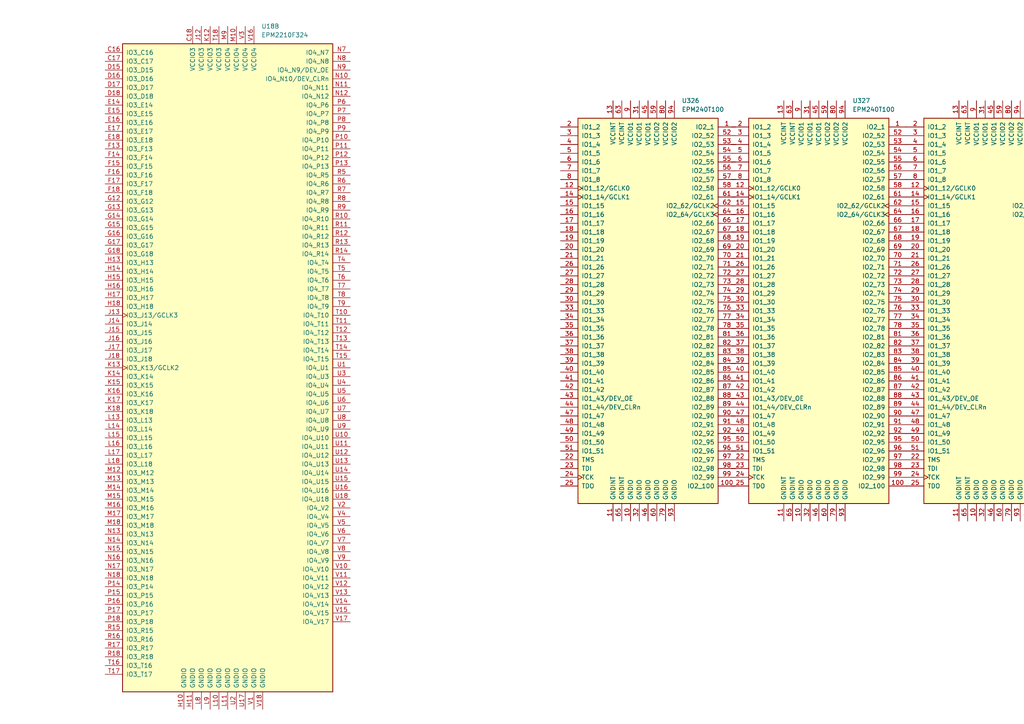
<source format=kicad_sch>
(kicad_sch (version 20250114) (generator "eeschema") (generator_version "9.0")
  (paper "A4")
  (lib_symbols
    (symbol "CPLD_Altera:EPM2210F324" (pin_names (offset 1.016))
      (property "Reference" "U" (at 20.32 95.25 0))
      (property "Value" "EPM2210F324" (at 17.78 -95.25 0))
      (symbol "EPM2210F324_1_1"
        (rectangle (start -30.48 93.98) (end 30.48 -93.98) (stroke (width 0.254)) (fill (type background)))
        (pin bidirectional line (at -35.56 91.44 0) (length 5.08) (name "IO1_C2") (number "C2"))
        (pin bidirectional line (at -35.56 88.9 0) (length 5.08) (name "IO1_C3") (number "C3"))
        (pin bidirectional line (at -35.56 86.36 0) (length 5.08) (name "IO1_D1") (number "D1"))
        (pin bidirectional line (at -35.56 83.82 0) (length 5.08) (name "IO1_D2") (number "D2"))
        (pin bidirectional line (at -35.56 81.28 0) (length 5.08) (name "IO1_D3") (number "D3"))
        (pin bidirectional line (at -35.56 78.74 0) (length 5.08) (name "IO1_D4") (number "D4"))
        (pin bidirectional line (at -35.56 76.2 0) (length 5.08) (name "IO1_E1") (number "E1"))
        (pin bidirectional line (at -35.56 73.66 0) (length 5.08) (name "IO1_E2") (number "E2"))
        (pin bidirectional line (at -35.56 71.12 0) (length 5.08) (name "IO1_E3") (number "E3"))
        (pin bidirectional line (at -35.56 68.58 0) (length 5.08) (name "IO1_E4") (number "E4"))
        (pin bidirectional line (at -35.56 66.04 0) (length 5.08) (name "IO1_E5") (number "E5"))
        (pin bidirectional line (at -35.56 63.5 0) (length 5.08) (name "IO1_F1") (number "F1"))
        (pin bidirectional line (at -35.56 60.96 0) (length 5.08) (name "IO1_F2") (number "F2"))
        (pin bidirectional line (at -35.56 58.42 0) (length 5.08) (name "IO1_F3") (number "F3"))
        (pin bidirectional line (at -35.56 55.88 0) (length 5.08) (name "IO1_F4") (number "F4"))
        (pin bidirectional line (at -35.56 53.34 0) (length 5.08) (name "IO1_F5") (number "F5"))
        (pin bidirectional line (at -35.56 50.8 0) (length 5.08) (name "IO1_F6") (number "F6"))
        (pin bidirectional line (at -35.56 48.26 0) (length 5.08) (name "IO1_G1") (number "G1"))
        (pin bidirectional line (at -35.56 45.72 0) (length 5.08) (name "IO1_G2") (number "G2"))
        (pin bidirectional line (at -35.56 43.18 0) (length 5.08) (name "IO1_G3") (number "G3"))
        (pin bidirectional line (at -35.56 40.64 0) (length 5.08) (name "IO1_G4") (number "G4"))
        (pin bidirectional line (at -35.56 38.1 0) (length 5.08) (name "IO1_G5") (number "G5"))
        (pin bidirectional line (at -35.56 35.56 0) (length 5.08) (name "IO1_G6") (number "G6"))
        (pin bidirectional line (at -35.56 33.02 0) (length 5.08) (name "IO1_G7") (number "G7"))
        (pin bidirectional line (at -35.56 30.48 0) (length 5.08) (name "IO1_H1") (number "H1"))
        (pin bidirectional line (at -35.56 27.94 0) (length 5.08) (name "IO1_H2") (number "H2"))
        (pin bidirectional line (at -35.56 25.4 0) (length 5.08) (name "IO1_H3") (number "H3"))
        (pin bidirectional line (at -35.56 22.86 0) (length 5.08) (name "IO1_H4") (number "H4"))
        (pin bidirectional line (at -35.56 20.32 0) (length 5.08) (name "IO1_H5") (number "H5"))
        (pin bidirectional line (at -35.56 17.78 0) (length 5.08) (name "IO1_H6") (number "H6"))
        (pin bidirectional line (at -35.56 15.24 0) (length 5.08) (name "IO1_J1") (number "J1"))
        (pin bidirectional line (at -35.56 12.7 0) (length 5.08) (name "IO1_J2") (number "J2"))
        (pin bidirectional line (at -35.56 10.16 0) (length 5.08) (name "IO1_J3") (number "J3"))
        (pin bidirectional line (at -35.56 7.62 0) (length 5.08) (name "IO1_J4") (number "J4"))
        (pin bidirectional line (at -35.56 5.08 0) (length 5.08) (name "IO1_J5") (number "J5"))
        (pin bidirectional clock (at -35.56 2.54 0) (length 5.08) (name "IO1_J6/GCLK0") (number "J6"))
        (pin bidirectional line (at -35.56 0 0) (length 5.08) (name "IO1_K1") (number "K1"))
        (pin bidirectional line (at -35.56 -2.54 0) (length 5.08) (name "IO1_K2") (number "K2"))
        (pin bidirectional line (at -35.56 -5.08 0) (length 5.08) (name "IO1_K3") (number "K3"))
        (pin bidirectional line (at -35.56 -7.62 0) (length 5.08) (name "IO1_K4") (number "K4"))
        (pin bidirectional line (at -35.56 -10.16 0) (length 5.08) (name "IO1_K5") (number "K5"))
        (pin bidirectional clock (at -35.56 -12.7 0) (length 5.08) (name "IO1_K6/GCLK1") (number "K6"))
        (pin bidirectional line (at -35.56 -15.24 0) (length 5.08) (name "IO1_L1") (number "L1"))
        (pin bidirectional line (at -35.56 -17.78 0) (length 5.08) (name "IO1_L2") (number "L2"))
        (pin bidirectional line (at -35.56 -20.32 0) (length 5.08) (name "IO1_L3") (number "L3"))
        (pin bidirectional line (at -35.56 -22.86 0) (length 5.08) (name "IO1_L4") (number "L4"))
        (pin bidirectional line (at -35.56 -25.4 0) (length 5.08) (name "IO1_L5") (number "L5"))
        (pin bidirectional line (at -35.56 -27.94 0) (length 5.08) (name "IO1_L6") (number "L6"))
        (pin bidirectional line (at -35.56 -30.48 0) (length 5.08) (name "IO1_M1") (number "M1"))
        (pin bidirectional line (at -35.56 -33.02 0) (length 5.08) (name "IO1_M2") (number "M2"))
        (pin bidirectional line (at -35.56 -35.56 0) (length 5.08) (name "IO1_M3") (number "M3"))
        (pin bidirectional line (at -35.56 -38.1 0) (length 5.08) (name "IO1_M4") (number "M4"))
        (pin bidirectional line (at -35.56 -40.64 0) (length 5.08) (name "IO1_M5") (number "M5"))
        (pin bidirectional line (at -35.56 -43.18 0) (length 5.08) (name "IO1_M6") (number "M6"))
        (pin bidirectional line (at -35.56 -45.72 0) (length 5.08) (name "IO1_N1") (number "N1"))
        (pin bidirectional line (at -35.56 -48.26 0) (length 5.08) (name "IO1_N2") (number "N2"))
        (pin bidirectional line (at -35.56 -50.8 0) (length 5.08) (name "IO1_N3") (number "N3"))
        (pin bidirectional line (at -35.56 -53.34 0) (length 5.08) (name "IO1_N4") (number "N4"))
        (pin bidirectional line (at -35.56 -55.88 0) (length 5.08) (name "IO1_N5") (number "N5"))
        (pin bidirectional line (at -35.56 -58.42 0) (length 5.08) (name "IO1_P1") (number "P1"))
        (pin bidirectional line (at -35.56 -60.96 0) (length 5.08) (name "IO1_P2") (number "P2"))
        (pin bidirectional line (at -35.56 -63.5 0) (length 5.08) (name "IO1_P3") (number "P3"))
        (pin bidirectional line (at -35.56 -66.04 0) (length 5.08) (name "IO1_P4") (number "P4"))
        (pin bidirectional line (at -35.56 -68.58 0) (length 5.08) (name "IO1_R1") (number "R1"))
        (pin bidirectional line (at -35.56 -71.12 0) (length 5.08) (name "IO1_R2") (number "R2"))
        (pin bidirectional line (at -35.56 -73.66 0) (length 5.08) (name "IO1_R3") (number "R3"))
        (pin bidirectional line (at -35.56 -76.2 0) (length 5.08) (name "IO1_T2") (number "T2"))
        (pin bidirectional line (at -35.56 -78.74 0) (length 5.08) (name "IO1_T3") (number "T3"))
        (pin input line (at -35.56 -81.28 0) (length 5.08) (name "TMS") (number "P5"))
        (pin input line (at -35.56 -83.82 0) (length 5.08) (name "TDI") (number "M7"))
        (pin input clock (at -35.56 -86.36 0) (length 5.08) (name "TCK") (number "R4"))
        (pin output line (at -35.56 -88.9 0) (length 5.08) (name "TDO") (number "N6"))
        (pin power_in line (at -20.32 99.06 270) (length 5.08) (name "VCCINT") (number "G11"))
        (pin power_in line (at -17.78 99.06 270) (length 5.08) (name "VCCINT") (number "H12"))
        (pin power_in line (at -17.78 -99.06 90) (length 5.08) (name "GNDINT") (number "G8"))
        (pin power_in line (at -15.24 99.06 270) (length 5.08) (name "VCCINT") (number "J9"))
        (pin power_in line (at -15.24 -99.06 90) (length 5.08) (name "GNDINT") (number "H7"))
        (pin power_in line (at -12.7 99.06 270) (length 5.08) (name "VCCINT") (number "J11"))
        (pin power_in line (at -12.7 -99.06 90) (length 5.08) (name "GNDINT") (number "J8"))
        (pin power_in line (at -10.16 99.06 270) (length 5.08) (name "VCCINT") (number "K8"))
        (pin power_in line (at -10.16 -99.06 90) (length 5.08) (name "GNDINT") (number "J10"))
        (pin power_in line (at -7.62 99.06 270) (length 5.08) (name "VCCINT") (number "K10"))
        (pin power_in line (at -7.62 -99.06 90) (length 5.08) (name "GNDINT") (number "K9"))
        (pin power_in line (at -5.08 99.06 270) (length 5.08) (name "VCCINT") (number "L7"))
        (pin power_in line (at -5.08 -99.06 90) (length 5.08) (name "GNDINT") (number "K11"))
        (pin power_in line (at -2.54 99.06 270) (length 5.08) (name "VCCINT") (number "M8"))
        (pin power_in line (at -2.54 -99.06 90) (length 5.08) (name "GNDINT") (number "L12"))
        (pin power_in line (at 0 99.06 270) (length 5.08) (name "VCCIO1") (number "C1"))
        (pin power_in line (at 0 -99.06 90) (length 5.08) (name "GNDINT") (number "M11"))
        (pin power_in line (at 2.54 99.06 270) (length 5.08) (name "VCCIO1") (number "J7"))
        (pin power_in line (at 2.54 -99.06 90) (length 5.08) (name "GNDIO") (number "A1"))
        (pin power_in line (at 5.08 99.06 270) (length 5.08) (name "VCCIO1") (number "K7"))
        (pin power_in line (at 5.08 -99.06 90) (length 5.08) (name "GNDIO") (number "A18"))
        (pin power_in line (at 7.62 99.06 270) (length 5.08) (name "VCCIO1") (number "T1"))
        (pin power_in line (at 7.62 -99.06 90) (length 5.08) (name "GNDIO") (number "B2"))
        (pin power_in line (at 10.16 99.06 270) (length 5.08) (name "VCCIO2") (number "A3"))
        (pin power_in line (at 10.16 -99.06 90) (length 5.08) (name "GNDIO") (number "B17"))
        (pin power_in line (at 12.7 99.06 270) (length 5.08) (name "VCCIO2") (number "A16"))
        (pin power_in line (at 12.7 -99.06 90) (length 5.08) (name "GNDIO") (number "H8"))
        (pin power_in line (at 15.24 99.06 270) (length 5.08) (name "VCCIO2") (number "G9"))
        (pin power_in line (at 15.24 -99.06 90) (length 5.08) (name "GNDIO") (number "H9"))
        (pin power_in line (at 17.78 99.06 270) (length 5.08) (name "VCCIO2") (number "G10"))
        (pin bidirectional line (at 35.56 91.44 180) (length 5.08) (name "IO2_A2") (number "A2"))
        (pin bidirectional line (at 35.56 88.9 180) (length 5.08) (name "IO2_A4") (number "A4"))
        (pin bidirectional line (at 35.56 86.36 180) (length 5.08) (name "IO2_A5") (number "A5"))
        (pin bidirectional line (at 35.56 83.82 180) (length 5.08) (name "IO2_A6") (number "A6"))
        (pin bidirectional line (at 35.56 81.28 180) (length 5.08) (name "IO2_A7") (number "A7"))
        (pin bidirectional line (at 35.56 78.74 180) (length 5.08) (name "IO2_A8") (number "A8"))
        (pin bidirectional line (at 35.56 76.2 180) (length 5.08) (name "IO2_A9") (number "A9"))
        (pin bidirectional line (at 35.56 73.66 180) (length 5.08) (name "IO2_A10") (number "A10"))
        (pin bidirectional line (at 35.56 71.12 180) (length 5.08) (name "IO2_A11") (number "A11"))
        (pin bidirectional line (at 35.56 68.58 180) (length 5.08) (name "IO2_A12") (number "A12"))
        (pin bidirectional line (at 35.56 66.04 180) (length 5.08) (name "IO2_A13") (number "A13"))
        (pin bidirectional line (at 35.56 63.5 180) (length 5.08) (name "IO2_A14") (number "A14"))
        (pin bidirectional line (at 35.56 60.96 180) (length 5.08) (name "IO2_A15") (number "A15"))
        (pin bidirectional line (at 35.56 58.42 180) (length 5.08) (name "IO2_A17") (number "A17"))
        (pin bidirectional line (at 35.56 55.88 180) (length 5.08) (name "IO2_B1") (number "B1"))
        (pin bidirectional line (at 35.56 53.34 180) (length 5.08) (name "IO2_B3") (number "B3"))
        (pin bidirectional line (at 35.56 50.8 180) (length 5.08) (name "IO2_B4") (number "B4"))
        (pin bidirectional line (at 35.56 48.26 180) (length 5.08) (name "IO2_B5") (number "B5"))
        (pin bidirectional line (at 35.56 45.72 180) (length 5.08) (name "IO2_B6") (number "B6"))
        (pin bidirectional line (at 35.56 43.18 180) (length 5.08) (name "IO2_B7") (number "B7"))
        (pin bidirectional line (at 35.56 40.64 180) (length 5.08) (name "IO2_B8") (number "B8"))
        (pin bidirectional line (at 35.56 38.1 180) (length 5.08) (name "IO2_B9") (number "B9"))
        (pin bidirectional line (at 35.56 35.56 180) (length 5.08) (name "IO2_B10") (number "B10"))
        (pin bidirectional line (at 35.56 33.02 180) (length 5.08) (name "IO2_B11") (number "B11"))
        (pin bidirectional line (at 35.56 30.48 180) (length 5.08) (name "IO2_B12") (number "B12"))
        (pin bidirectional line (at 35.56 27.94 180) (length 5.08) (name "IO2_B13") (number "B13"))
        (pin bidirectional line (at 35.56 25.4 180) (length 5.08) (name "IO2_B14") (number "B14"))
        (pin bidirectional line (at 35.56 22.86 180) (length 5.08) (name "IO2_B15") (number "B15"))
        (pin bidirectional line (at 35.56 20.32 180) (length 5.08) (name "IO2_B16") (number "B16"))
        (pin bidirectional line (at 35.56 17.78 180) (length 5.08) (name "IO2_B18") (number "B18"))
        (pin bidirectional line (at 35.56 15.24 180) (length 5.08) (name "IO2_C4") (number "C4"))
        (pin bidirectional line (at 35.56 12.7 180) (length 5.08) (name "IO2_C5") (number "C5"))
        (pin bidirectional line (at 35.56 10.16 180) (length 5.08) (name "IO2_C6") (number "C6"))
        (pin bidirectional line (at 35.56 7.62 180) (length 5.08) (name "IO2_C7") (number "C7"))
        (pin bidirectional line (at 35.56 5.08 180) (length 5.08) (name "IO2_C8") (number "C8"))
        (pin bidirectional line (at 35.56 2.54 180) (length 5.08) (name "IO2_C9") (number "C9"))
        (pin bidirectional line (at 35.56 0 180) (length 5.08) (name "IO2_C10") (number "C10"))
        (pin bidirectional line (at 35.56 -2.54 180) (length 5.08) (name "IO2_C11") (number "C11"))
        (pin bidirectional line (at 35.56 -5.08 180) (length 5.08) (name "IO2_C12") (number "C12"))
        (pin bidirectional line (at 35.56 -7.62 180) (length 5.08) (name "IO2_C13") (number "C13"))
        (pin bidirectional line (at 35.56 -10.16 180) (length 5.08) (name "IO2_C14") (number "C14"))
        (pin bidirectional line (at 35.56 -12.7 180) (length 5.08) (name "IO2_C15") (number "C15"))
        (pin bidirectional line (at 35.56 -15.24 180) (length 5.08) (name "IO2_D5") (number "D5"))
        (pin bidirectional line (at 35.56 -17.78 180) (length 5.08) (name "IO2_D6") (number "D6"))
        (pin bidirectional line (at 35.56 -20.32 180) (length 5.08) (name "IO2_D7") (number "D7"))
        (pin bidirectional line (at 35.56 -22.86 180) (length 5.08) (name "IO2_D8") (number "D8"))
        (pin bidirectional line (at 35.56 -25.4 180) (length 5.08) (name "IO2_D9") (number "D9"))
        (pin bidirectional line (at 35.56 -27.94 180) (length 5.08) (name "IO2_D10") (number "D10"))
        (pin bidirectional line (at 35.56 -30.48 180) (length 5.08) (name "IO2_D11") (number "D11"))
        (pin bidirectional line (at 35.56 -33.02 180) (length 5.08) (name "IO2_D12") (number "D12"))
        (pin bidirectional line (at 35.56 -35.56 180) (length 5.08) (name "IO2_D13") (number "D13"))
        (pin bidirectional line (at 35.56 -38.1 180) (length 5.08) (name "IO2_D14") (number "D14"))
        (pin bidirectional line (at 35.56 -40.64 180) (length 5.08) (name "IO2_E6") (number "E6"))
        (pin bidirectional line (at 35.56 -43.18 180) (length 5.08) (name "IO2_E7") (number "E7"))
        (pin bidirectional line (at 35.56 -45.72 180) (length 5.08) (name "IO2_E8") (number "E8"))
        (pin bidirectional line (at 35.56 -48.26 180) (length 5.08) (name "IO2_E9") (number "E9"))
        (pin bidirectional line (at 35.56 -50.8 180) (length 5.08) (name "IO2_E10") (number "E10"))
        (pin bidirectional line (at 35.56 -53.34 180) (length 5.08) (name "IO2_E11") (number "E11"))
        (pin bidirectional line (at 35.56 -55.88 180) (length 5.08) (name "IO2_E12") (number "E12"))
        (pin bidirectional line (at 35.56 -58.42 180) (length 5.08) (name "IO2_E13") (number "E13"))
        (pin bidirectional line (at 35.56 -60.96 180) (length 5.08) (name "IO2_F7") (number "F7"))
        (pin bidirectional line (at 35.56 -63.5 180) (length 5.08) (name "IO2_F8") (number "F8"))
        (pin bidirectional line (at 35.56 -66.04 180) (length 5.08) (name "IO2_F9") (number "F9"))
        (pin bidirectional line (at 35.56 -68.58 180) (length 5.08) (name "IO2_F10") (number "F10"))
        (pin bidirectional line (at 35.56 -71.12 180) (length 5.08) (name "IO2_F11") (number "F11"))
        (pin bidirectional line (at 35.56 -73.66 180) (length 5.08) (name "IO2_F12") (number "F12"))
      )
      (symbol "EPM2210F324_2_1"
        (rectangle (start -30.48 93.98) (end 30.48 -93.98) (stroke (width 0.254)) (fill (type background)))
        (pin bidirectional line (at -35.56 91.44 0) (length 5.08) (name "IO3_C16") (number "C16"))
        (pin bidirectional line (at -35.56 88.9 0) (length 5.08) (name "IO3_C17") (number "C17"))
        (pin bidirectional line (at -35.56 86.36 0) (length 5.08) (name "IO3_D15") (number "D15"))
        (pin bidirectional line (at -35.56 83.82 0) (length 5.08) (name "IO3_D16") (number "D16"))
        (pin bidirectional line (at -35.56 81.28 0) (length 5.08) (name "IO3_D17") (number "D17"))
        (pin bidirectional line (at -35.56 78.74 0) (length 5.08) (name "IO3_D18") (number "D18"))
        (pin bidirectional line (at -35.56 76.2 0) (length 5.08) (name "IO3_E14") (number "E14"))
        (pin bidirectional line (at -35.56 73.66 0) (length 5.08) (name "IO3_E15") (number "E15"))
        (pin bidirectional line (at -35.56 71.12 0) (length 5.08) (name "IO3_E16") (number "E16"))
        (pin bidirectional line (at -35.56 68.58 0) (length 5.08) (name "IO3_E17") (number "E17"))
        (pin bidirectional line (at -35.56 66.04 0) (length 5.08) (name "IO3_E18") (number "E18"))
        (pin bidirectional line (at -35.56 63.5 0) (length 5.08) (name "IO3_F13") (number "F13"))
        (pin bidirectional line (at -35.56 60.96 0) (length 5.08) (name "IO3_F14") (number "F14"))
        (pin bidirectional line (at -35.56 58.42 0) (length 5.08) (name "IO3_F15") (number "F15"))
        (pin bidirectional line (at -35.56 55.88 0) (length 5.08) (name "IO3_F16") (number "F16"))
        (pin bidirectional line (at -35.56 53.34 0) (length 5.08) (name "IO3_F17") (number "F17"))
        (pin bidirectional line (at -35.56 50.8 0) (length 5.08) (name "IO3_F18") (number "F18"))
        (pin bidirectional line (at -35.56 48.26 0) (length 5.08) (name "IO3_G12") (number "G12"))
        (pin bidirectional line (at -35.56 45.72 0) (length 5.08) (name "IO3_G13") (number "G13"))
        (pin bidirectional line (at -35.56 43.18 0) (length 5.08) (name "IO3_G14") (number "G14"))
        (pin bidirectional line (at -35.56 40.64 0) (length 5.08) (name "IO3_G15") (number "G15"))
        (pin bidirectional line (at -35.56 38.1 0) (length 5.08) (name "IO3_G16") (number "G16"))
        (pin bidirectional line (at -35.56 35.56 0) (length 5.08) (name "IO3_G17") (number "G17"))
        (pin bidirectional line (at -35.56 33.02 0) (length 5.08) (name "IO3_G18") (number "G18"))
        (pin bidirectional line (at -35.56 30.48 0) (length 5.08) (name "IO3_H13") (number "H13"))
        (pin bidirectional line (at -35.56 27.94 0) (length 5.08) (name "IO3_H14") (number "H14"))
        (pin bidirectional line (at -35.56 25.4 0) (length 5.08) (name "IO3_H15") (number "H15"))
        (pin bidirectional line (at -35.56 22.86 0) (length 5.08) (name "IO3_H16") (number "H16"))
        (pin bidirectional line (at -35.56 20.32 0) (length 5.08) (name "IO3_H17") (number "H17"))
        (pin bidirectional line (at -35.56 17.78 0) (length 5.08) (name "IO3_H18") (number "H18"))
        (pin bidirectional clock (at -35.56 15.24 0) (length 5.08) (name "IO3_J13/GCLK3") (number "J13"))
        (pin bidirectional line (at -35.56 12.7 0) (length 5.08) (name "IO3_J14") (number "J14"))
        (pin bidirectional line (at -35.56 10.16 0) (length 5.08) (name "IO3_J15") (number "J15"))
        (pin bidirectional line (at -35.56 7.62 0) (length 5.08) (name "IO3_J16") (number "J16"))
        (pin bidirectional line (at -35.56 5.08 0) (length 5.08) (name "IO3_J17") (number "J17"))
        (pin bidirectional line (at -35.56 2.54 0) (length 5.08) (name "IO3_J18") (number "J18"))
        (pin bidirectional clock (at -35.56 0 0) (length 5.08) (name "IO3_K13/GCLK2") (number "K13"))
        (pin bidirectional line (at -35.56 -2.54 0) (length 5.08) (name "IO3_K14") (number "K14"))
        (pin bidirectional line (at -35.56 -5.08 0) (length 5.08) (name "IO3_K15") (number "K15"))
        (pin bidirectional line (at -35.56 -7.62 0) (length 5.08) (name "IO3_K16") (number "K16"))
        (pin bidirectional line (at -35.56 -10.16 0) (length 5.08) (name "IO3_K17") (number "K17"))
        (pin bidirectional line (at -35.56 -12.7 0) (length 5.08) (name "IO3_K18") (number "K18"))
        (pin bidirectional line (at -35.56 -15.24 0) (length 5.08) (name "IO3_L13") (number "L13"))
        (pin bidirectional line (at -35.56 -17.78 0) (length 5.08) (name "IO3_L14") (number "L14"))
        (pin bidirectional line (at -35.56 -20.32 0) (length 5.08) (name "IO3_L15") (number "L15"))
        (pin bidirectional line (at -35.56 -22.86 0) (length 5.08) (name "IO3_L16") (number "L16"))
        (pin bidirectional line (at -35.56 -25.4 0) (length 5.08) (name "IO3_L17") (number "L17"))
        (pin bidirectional line (at -35.56 -27.94 0) (length 5.08) (name "IO3_L18") (number "L18"))
        (pin bidirectional line (at -35.56 -30.48 0) (length 5.08) (name "IO3_M12") (number "M12"))
        (pin bidirectional line (at -35.56 -33.02 0) (length 5.08) (name "IO3_M13") (number "M13"))
        (pin bidirectional line (at -35.56 -35.56 0) (length 5.08) (name "IO3_M14") (number "M14"))
        (pin bidirectional line (at -35.56 -38.1 0) (length 5.08) (name "IO3_M15") (number "M15"))
        (pin bidirectional line (at -35.56 -40.64 0) (length 5.08) (name "IO3_M16") (number "M16"))
        (pin bidirectional line (at -35.56 -43.18 0) (length 5.08) (name "IO3_M17") (number "M17"))
        (pin bidirectional line (at -35.56 -45.72 0) (length 5.08) (name "IO3_M18") (number "M18"))
        (pin bidirectional line (at -35.56 -48.26 0) (length 5.08) (name "IO3_N13") (number "N13"))
        (pin bidirectional line (at -35.56 -50.8 0) (length 5.08) (name "IO3_N14") (number "N14"))
        (pin bidirectional line (at -35.56 -53.34 0) (length 5.08) (name "IO3_N15") (number "N15"))
        (pin bidirectional line (at -35.56 -55.88 0) (length 5.08) (name "IO3_N16") (number "N16"))
        (pin bidirectional line (at -35.56 -58.42 0) (length 5.08) (name "IO3_N17") (number "N17"))
        (pin bidirectional line (at -35.56 -60.96 0) (length 5.08) (name "IO3_N18") (number "N18"))
        (pin bidirectional line (at -35.56 -63.5 0) (length 5.08) (name "IO3_P14") (number "P14"))
        (pin bidirectional line (at -35.56 -66.04 0) (length 5.08) (name "IO3_P15") (number "P15"))
        (pin bidirectional line (at -35.56 -68.58 0) (length 5.08) (name "IO3_P16") (number "P16"))
        (pin bidirectional line (at -35.56 -71.12 0) (length 5.08) (name "IO3_P17") (number "P17"))
        (pin bidirectional line (at -35.56 -73.66 0) (length 5.08) (name "IO3_P18") (number "P18"))
        (pin bidirectional line (at -35.56 -76.2 0) (length 5.08) (name "IO3_R15") (number "R15"))
        (pin bidirectional line (at -35.56 -78.74 0) (length 5.08) (name "IO3_R16") (number "R16"))
        (pin bidirectional line (at -35.56 -81.28 0) (length 5.08) (name "IO3_R17") (number "R17"))
        (pin bidirectional line (at -35.56 -83.82 0) (length 5.08) (name "IO3_R18") (number "R18"))
        (pin bidirectional line (at -35.56 -86.36 0) (length 5.08) (name "IO3_T16") (number "T16"))
        (pin bidirectional line (at -35.56 -88.9 0) (length 5.08) (name "IO3_T17") (number "T17"))
        (pin power_in line (at -12.7 -99.06 90) (length 5.08) (name "GNDIO") (number "H10"))
        (pin power_in line (at -10.16 99.06 270) (length 5.08) (name "VCCIO3") (number "C18"))
        (pin power_in line (at -10.16 -99.06 90) (length 5.08) (name "GNDIO") (number "H11"))
        (pin power_in line (at -7.62 99.06 270) (length 5.08) (name "VCCIO3") (number "J12"))
        (pin power_in line (at -7.62 -99.06 90) (length 5.08) (name "GNDIO") (number "L8"))
        (pin power_in line (at -5.08 99.06 270) (length 5.08) (name "VCCIO3") (number "K12"))
        (pin power_in line (at -5.08 -99.06 90) (length 5.08) (name "GNDIO") (number "L9"))
        (pin power_in line (at -2.54 99.06 270) (length 5.08) (name "VCCIO3") (number "T18"))
        (pin power_in line (at -2.54 -99.06 90) (length 5.08) (name "GNDIO") (number "L10"))
        (pin power_in line (at 0 99.06 270) (length 5.08) (name "VCCIO4") (number "M9"))
        (pin power_in line (at 0 -99.06 90) (length 5.08) (name "GNDIO") (number "L11"))
        (pin power_in line (at 2.54 99.06 270) (length 5.08) (name "VCCIO4") (number "M10"))
        (pin power_in line (at 2.54 -99.06 90) (length 5.08) (name "GNDIO") (number "U2"))
        (pin power_in line (at 5.08 99.06 270) (length 5.08) (name "VCCIO4") (number "V3"))
        (pin power_in line (at 5.08 -99.06 90) (length 5.08) (name "GNDIO") (number "U17"))
        (pin power_in line (at 7.62 99.06 270) (length 5.08) (name "VCCIO4") (number "V16"))
        (pin power_in line (at 7.62 -99.06 90) (length 5.08) (name "GNDIO") (number "V1"))
        (pin power_in line (at 10.16 -99.06 90) (length 5.08) (name "GNDIO") (number "V18"))
        (pin bidirectional line (at 35.56 91.44 180) (length 5.08) (name "IO4_N7") (number "N7"))
        (pin bidirectional line (at 35.56 88.9 180) (length 5.08) (name "IO4_N8") (number "N8"))
        (pin bidirectional line (at 35.56 86.36 180) (length 5.08) (name "IO4_N9/DEV_OE") (number "N9"))
        (pin bidirectional line (at 35.56 83.82 180) (length 5.08) (name "IO4_N10/DEV_CLRn") (number "N10"))
        (pin bidirectional line (at 35.56 81.28 180) (length 5.08) (name "IO4_N11") (number "N11"))
        (pin bidirectional line (at 35.56 78.74 180) (length 5.08) (name "IO4_N12") (number "N12"))
        (pin bidirectional line (at 35.56 76.2 180) (length 5.08) (name "IO4_P6") (number "P6"))
        (pin bidirectional line (at 35.56 73.66 180) (length 5.08) (name "IO4_P7") (number "P7"))
        (pin bidirectional line (at 35.56 71.12 180) (length 5.08) (name "IO4_P8") (number "P8"))
        (pin bidirectional line (at 35.56 68.58 180) (length 5.08) (name "IO4_P9") (number "P9"))
        (pin bidirectional line (at 35.56 66.04 180) (length 5.08) (name "IO4_P10") (number "P10"))
        (pin bidirectional line (at 35.56 63.5 180) (length 5.08) (name "IO4_P11") (number "P11"))
        (pin bidirectional line (at 35.56 60.96 180) (length 5.08) (name "IO4_P12") (number "P12"))
        (pin bidirectional line (at 35.56 58.42 180) (length 5.08) (name "IO4_P13") (number "P13"))
        (pin bidirectional line (at 35.56 55.88 180) (length 5.08) (name "IO4_R5") (number "R5"))
        (pin bidirectional line (at 35.56 53.34 180) (length 5.08) (name "IO4_R6") (number "R6"))
        (pin bidirectional line (at 35.56 50.8 180) (length 5.08) (name "IO4_R7") (number "R7"))
        (pin bidirectional line (at 35.56 48.26 180) (length 5.08) (name "IO4_R8") (number "R8"))
        (pin bidirectional line (at 35.56 45.72 180) (length 5.08) (name "IO4_R9") (number "R9"))
        (pin bidirectional line (at 35.56 43.18 180) (length 5.08) (name "IO4_R10") (number "R10"))
        (pin bidirectional line (at 35.56 40.64 180) (length 5.08) (name "IO4_R11") (number "R11"))
        (pin bidirectional line (at 35.56 38.1 180) (length 5.08) (name "IO4_R12") (number "R12"))
        (pin bidirectional line (at 35.56 35.56 180) (length 5.08) (name "IO4_R13") (number "R13"))
        (pin bidirectional line (at 35.56 33.02 180) (length 5.08) (name "IO4_R14") (number "R14"))
        (pin bidirectional line (at 35.56 30.48 180) (length 5.08) (name "IO4_T4") (number "T4"))
        (pin bidirectional line (at 35.56 27.94 180) (length 5.08) (name "IO4_T5") (number "T5"))
        (pin bidirectional line (at 35.56 25.4 180) (length 5.08) (name "IO4_T6") (number "T6"))
        (pin bidirectional line (at 35.56 22.86 180) (length 5.08) (name "IO4_T7") (number "T7"))
        (pin bidirectional line (at 35.56 20.32 180) (length 5.08) (name "IO4_T8") (number "T8"))
        (pin bidirectional line (at 35.56 17.78 180) (length 5.08) (name "IO4_T9") (number "T9"))
        (pin bidirectional line (at 35.56 15.24 180) (length 5.08) (name "IO4_T10") (number "T10"))
        (pin bidirectional line (at 35.56 12.7 180) (length 5.08) (name "IO4_T11") (number "T11"))
        (pin bidirectional line (at 35.56 10.16 180) (length 5.08) (name "IO4_T12") (number "T12"))
        (pin bidirectional line (at 35.56 7.62 180) (length 5.08) (name "IO4_T13") (number "T13"))
        (pin bidirectional line (at 35.56 5.08 180) (length 5.08) (name "IO4_T14") (number "T14"))
        (pin bidirectional line (at 35.56 2.54 180) (length 5.08) (name "IO4_T15") (number "T15"))
        (pin bidirectional line (at 35.56 0 180) (length 5.08) (name "IO4_U1") (number "U1"))
        (pin bidirectional line (at 35.56 -2.54 180) (length 5.08) (name "IO4_U3") (number "U3"))
        (pin bidirectional line (at 35.56 -5.08 180) (length 5.08) (name "IO4_U4") (number "U4"))
        (pin bidirectional line (at 35.56 -7.62 180) (length 5.08) (name "IO4_U5") (number "U5"))
        (pin bidirectional line (at 35.56 -10.16 180) (length 5.08) (name "IO4_U6") (number "U6"))
        (pin bidirectional line (at 35.56 -12.7 180) (length 5.08) (name "IO4_U7") (number "U7"))
        (pin bidirectional line (at 35.56 -15.24 180) (length 5.08) (name "IO4_U8") (number "U8"))
        (pin bidirectional line (at 35.56 -17.78 180) (length 5.08) (name "IO4_U9") (number "U9"))
        (pin bidirectional line (at 35.56 -20.32 180) (length 5.08) (name "IO4_U10") (number "U10"))
        (pin bidirectional line (at 35.56 -22.86 180) (length 5.08) (name "IO4_U11") (number "U11"))
        (pin bidirectional line (at 35.56 -25.4 180) (length 5.08) (name "IO4_U12") (number "U12"))
        (pin bidirectional line (at 35.56 -27.94 180) (length 5.08) (name "IO4_U13") (number "U13"))
        (pin bidirectional line (at 35.56 -30.48 180) (length 5.08) (name "IO4_U14") (number "U14"))
        (pin bidirectional line (at 35.56 -33.02 180) (length 5.08) (name "IO4_U15") (number "U15"))
        (pin bidirectional line (at 35.56 -35.56 180) (length 5.08) (name "IO4_U16") (number "U16"))
        (pin bidirectional line (at 35.56 -38.1 180) (length 5.08) (name "IO4_U18") (number "U18"))
        (pin bidirectional line (at 35.56 -40.64 180) (length 5.08) (name "IO4_V2") (number "V2"))
        (pin bidirectional line (at 35.56 -43.18 180) (length 5.08) (name "IO4_V4") (number "V4"))
        (pin bidirectional line (at 35.56 -45.72 180) (length 5.08) (name "IO4_V5") (number "V5"))
        (pin bidirectional line (at 35.56 -48.26 180) (length 5.08) (name "IO4_V6") (number "V6"))
        (pin bidirectional line (at 35.56 -50.8 180) (length 5.08) (name "IO4_V7") (number "V7"))
        (pin bidirectional line (at 35.56 -53.34 180) (length 5.08) (name "IO4_V8") (number "V8"))
        (pin bidirectional line (at 35.56 -55.88 180) (length 5.08) (name "IO4_V9") (number "V9"))
        (pin bidirectional line (at 35.56 -58.42 180) (length 5.08) (name "IO4_V10") (number "V10"))
        (pin bidirectional line (at 35.56 -60.96 180) (length 5.08) (name "IO4_V11") (number "V11"))
        (pin bidirectional line (at 35.56 -63.5 180) (length 5.08) (name "IO4_V12") (number "V12"))
        (pin bidirectional line (at 35.56 -66.04 180) (length 5.08) (name "IO4_V13") (number "V13"))
        (pin bidirectional line (at 35.56 -68.58 180) (length 5.08) (name "IO4_V14") (number "V14"))
        (pin bidirectional line (at 35.56 -71.12 180) (length 5.08) (name "IO4_V15") (number "V15"))
        (pin bidirectional line (at 35.56 -73.66 180) (length 5.08) (name "IO4_V17") (number "V17"))
      )
    )
    (symbol "CPLD_Altera:EPM240T100" (pin_names (offset 1.016))
      (property "Reference" "U" (at 10.16 57.15 0))
      (property "Value" "EPM240T100" (at 10.16 -57.15 0))
      (symbol "EPM240T100_1_1"
        (rectangle (start -20.32 55.88) (end 20.32 -55.88) (stroke (width 0.254)) (fill (type background)))
        (pin bidirectional line (at -25.4 53.34 0) (length 5.08) (name "IO1_2") (number "2"))
        (pin bidirectional line (at -25.4 50.8 0) (length 5.08) (name "IO1_3") (number "3"))
        (pin bidirectional line (at -25.4 48.26 0) (length 5.08) (name "IO1_4") (number "4"))
        (pin bidirectional line (at -25.4 45.72 0) (length 5.08) (name "IO1_5") (number "5"))
        (pin bidirectional line (at -25.4 43.18 0) (length 5.08) (name "IO1_6") (number "6"))
        (pin bidirectional line (at -25.4 40.64 0) (length 5.08) (name "IO1_7") (number "7"))
        (pin bidirectional line (at -25.4 38.1 0) (length 5.08) (name "IO1_8") (number "8"))
        (pin bidirectional clock (at -25.4 35.56 0) (length 5.08) (name "IO1_12/GCLK0") (number "12"))
        (pin bidirectional clock (at -25.4 33.02 0) (length 5.08) (name "IO1_14/GCLK1") (number "14"))
        (pin bidirectional line (at -25.4 30.48 0) (length 5.08) (name "IO1_15") (number "15"))
        (pin bidirectional line (at -25.4 27.94 0) (length 5.08) (name "IO1_16") (number "16"))
        (pin bidirectional line (at -25.4 25.4 0) (length 5.08) (name "IO1_17") (number "17"))
        (pin bidirectional line (at -25.4 22.86 0) (length 5.08) (name "IO1_18") (number "18"))
        (pin bidirectional line (at -25.4 20.32 0) (length 5.08) (name "IO1_19") (number "19"))
        (pin bidirectional line (at -25.4 17.78 0) (length 5.08) (name "IO1_20") (number "20"))
        (pin bidirectional line (at -25.4 15.24 0) (length 5.08) (name "IO1_21") (number "21"))
        (pin bidirectional line (at -25.4 12.7 0) (length 5.08) (name "IO1_26") (number "26"))
        (pin bidirectional line (at -25.4 10.16 0) (length 5.08) (name "IO1_27") (number "27"))
        (pin bidirectional line (at -25.4 7.62 0) (length 5.08) (name "IO1_28") (number "28"))
        (pin bidirectional line (at -25.4 5.08 0) (length 5.08) (name "IO1_29") (number "29"))
        (pin bidirectional line (at -25.4 2.54 0) (length 5.08) (name "IO1_30") (number "30"))
        (pin bidirectional line (at -25.4 0 0) (length 5.08) (name "IO1_33") (number "33"))
        (pin bidirectional line (at -25.4 -2.54 0) (length 5.08) (name "IO1_34") (number "34"))
        (pin bidirectional line (at -25.4 -5.08 0) (length 5.08) (name "IO1_35") (number "35"))
        (pin bidirectional line (at -25.4 -7.62 0) (length 5.08) (name "IO1_36") (number "36"))
        (pin bidirectional line (at -25.4 -10.16 0) (length 5.08) (name "IO1_37") (number "37"))
        (pin bidirectional line (at -25.4 -12.7 0) (length 5.08) (name "IO1_38") (number "38"))
        (pin bidirectional line (at -25.4 -15.24 0) (length 5.08) (name "IO1_39") (number "39"))
        (pin bidirectional line (at -25.4 -17.78 0) (length 5.08) (name "IO1_40") (number "40"))
        (pin bidirectional line (at -25.4 -20.32 0) (length 5.08) (name "IO1_41") (number "41"))
        (pin bidirectional line (at -25.4 -22.86 0) (length 5.08) (name "IO1_42") (number "42"))
        (pin bidirectional line (at -25.4 -25.4 0) (length 5.08) (name "IO1_43/DEV_OE") (number "43"))
        (pin bidirectional line (at -25.4 -27.94 0) (length 5.08) (name "IO1_44/DEV_CLRn") (number "44"))
        (pin bidirectional line (at -25.4 -30.48 0) (length 5.08) (name "IO1_47") (number "47"))
        (pin bidirectional line (at -25.4 -33.02 0) (length 5.08) (name "IO1_48") (number "48"))
        (pin bidirectional line (at -25.4 -35.56 0) (length 5.08) (name "IO1_49") (number "49"))
        (pin bidirectional line (at -25.4 -38.1 0) (length 5.08) (name "IO1_50") (number "50"))
        (pin bidirectional line (at -25.4 -40.64 0) (length 5.08) (name "IO1_51") (number "51"))
        (pin input line (at -25.4 -43.18 0) (length 5.08) (name "TMS") (number "22"))
        (pin input line (at -25.4 -45.72 0) (length 5.08) (name "TDI") (number "23"))
        (pin input clock (at -25.4 -48.26 0) (length 5.08) (name "TCK") (number "24"))
        (pin output line (at -25.4 -50.8 0) (length 5.08) (name "TDO") (number "25"))
        (pin power_in line (at -10.16 60.96 270) (length 5.08) (name "VCCINT") (number "13"))
        (pin power_in line (at -10.16 -60.96 90) (length 5.08) (name "GNDINT") (number "11"))
        (pin power_in line (at -7.62 60.96 270) (length 5.08) (name "VCCINT") (number "63"))
        (pin power_in line (at -7.62 -60.96 90) (length 5.08) (name "GNDINT") (number "65"))
        (pin power_in line (at -5.08 60.96 270) (length 5.08) (name "VCCIO1") (number "9"))
        (pin power_in line (at -5.08 -60.96 90) (length 5.08) (name "GNDIO") (number "10"))
        (pin power_in line (at -2.54 60.96 270) (length 5.08) (name "VCCIO1") (number "31"))
        (pin power_in line (at -2.54 -60.96 90) (length 5.08) (name "GNDIO") (number "32"))
        (pin power_in line (at 0 60.96 270) (length 5.08) (name "VCCIO1") (number "45"))
        (pin power_in line (at 0 -60.96 90) (length 5.08) (name "GNDIO") (number "46"))
        (pin power_in line (at 2.54 60.96 270) (length 5.08) (name "VCCIO2") (number "59"))
        (pin power_in line (at 2.54 -60.96 90) (length 5.08) (name "GNDIO") (number "60"))
        (pin power_in line (at 5.08 60.96 270) (length 5.08) (name "VCCIO2") (number "80"))
        (pin power_in line (at 5.08 -60.96 90) (length 5.08) (name "GNDIO") (number "79"))
        (pin power_in line (at 7.62 60.96 270) (length 5.08) (name "VCCIO2") (number "94"))
        (pin power_in line (at 7.62 -60.96 90) (length 5.08) (name "GNDIO") (number "93"))
        (pin bidirectional line (at 25.4 53.34 180) (length 5.08) (name "IO2_1") (number "1"))
        (pin bidirectional line (at 25.4 50.8 180) (length 5.08) (name "IO2_52") (number "52"))
        (pin bidirectional line (at 25.4 48.26 180) (length 5.08) (name "IO2_53") (number "53"))
        (pin bidirectional line (at 25.4 45.72 180) (length 5.08) (name "IO2_54") (number "54"))
        (pin bidirectional line (at 25.4 43.18 180) (length 5.08) (name "IO2_55") (number "55"))
        (pin bidirectional line (at 25.4 40.64 180) (length 5.08) (name "IO2_56") (number "56"))
        (pin bidirectional line (at 25.4 38.1 180) (length 5.08) (name "IO2_57") (number "57"))
        (pin bidirectional line (at 25.4 35.56 180) (length 5.08) (name "IO2_58") (number "58"))
        (pin bidirectional line (at 25.4 33.02 180) (length 5.08) (name "IO2_61") (number "61"))
        (pin bidirectional clock (at 25.4 30.48 180) (length 5.08) (name "IO2_62/GCLK2") (number "62"))
        (pin bidirectional clock (at 25.4 27.94 180) (length 5.08) (name "IO2_64/GCLK3") (number "64"))
        (pin bidirectional line (at 25.4 25.4 180) (length 5.08) (name "IO2_66") (number "66"))
        (pin bidirectional line (at 25.4 22.86 180) (length 5.08) (name "IO2_67") (number "67"))
        (pin bidirectional line (at 25.4 20.32 180) (length 5.08) (name "IO2_68") (number "68"))
        (pin bidirectional line (at 25.4 17.78 180) (length 5.08) (name "IO2_69") (number "69"))
        (pin bidirectional line (at 25.4 15.24 180) (length 5.08) (name "IO2_70") (number "70"))
        (pin bidirectional line (at 25.4 12.7 180) (length 5.08) (name "IO2_71") (number "71"))
        (pin bidirectional line (at 25.4 10.16 180) (length 5.08) (name "IO2_72") (number "72"))
        (pin bidirectional line (at 25.4 7.62 180) (length 5.08) (name "IO2_73") (number "73"))
        (pin bidirectional line (at 25.4 5.08 180) (length 5.08) (name "IO2_74") (number "74"))
        (pin bidirectional line (at 25.4 2.54 180) (length 5.08) (name "IO2_75") (number "75"))
        (pin bidirectional line (at 25.4 0 180) (length 5.08) (name "IO2_76") (number "76"))
        (pin bidirectional line (at 25.4 -2.54 180) (length 5.08) (name "IO2_77") (number "77"))
        (pin bidirectional line (at 25.4 -5.08 180) (length 5.08) (name "IO2_78") (number "78"))
        (pin bidirectional line (at 25.4 -7.62 180) (length 5.08) (name "IO2_81") (number "81"))
        (pin bidirectional line (at 25.4 -10.16 180) (length 5.08) (name "IO2_82") (number "82"))
        (pin bidirectional line (at 25.4 -12.7 180) (length 5.08) (name "IO2_83") (number "83"))
        (pin bidirectional line (at 25.4 -15.24 180) (length 5.08) (name "IO2_84") (number "84"))
        (pin bidirectional line (at 25.4 -17.78 180) (length 5.08) (name "IO2_85") (number "85"))
        (pin bidirectional line (at 25.4 -20.32 180) (length 5.08) (name "IO2_86") (number "86"))
        (pin bidirectional line (at 25.4 -22.86 180) (length 5.08) (name "IO2_87") (number "87"))
        (pin bidirectional line (at 25.4 -25.4 180) (length 5.08) (name "IO2_88") (number "88"))
        (pin bidirectional line (at 25.4 -27.94 180) (length 5.08) (name "IO2_89") (number "89"))
        (pin bidirectional line (at 25.4 -30.48 180) (length 5.08) (name "IO2_90") (number "90"))
        (pin bidirectional line (at 25.4 -33.02 180) (length 5.08) (name "IO2_91") (number "91"))
        (pin bidirectional line (at 25.4 -35.56 180) (length 5.08) (name "IO2_92") (number "92"))
        (pin bidirectional line (at 25.4 -38.1 180) (length 5.08) (name "IO2_95") (number "95"))
        (pin bidirectional line (at 25.4 -40.64 180) (length 5.08) (name "IO2_96") (number "96"))
        (pin bidirectional line (at 25.4 -43.18 180) (length 5.08) (name "IO2_97") (number "97"))
        (pin bidirectional line (at 25.4 -45.72 180) (length 5.08) (name "IO2_98") (number "98"))
        (pin bidirectional line (at 25.4 -48.26 180) (length 5.08) (name "IO2_99") (number "99"))
        (pin bidirectional line (at 25.4 -50.8 180) (length 5.08) (name "IO2_100") (number "100"))
      )
    )
  )
  (symbol (lib_id "CPLD_Altera:EPM2210F324") (at 66.04 106.68 0) (unit 2)
    (property "Reference" "U18" (at 75.8033 7.62 0) (effects (justify left)))
    (property "Value" "EPM2210F324" (at 75.8033 10.16 0) (effects (justify left)))
    (property "Footprint" "Package_BGA:BGA-324_19.0x19.0mm_Layout18x18_P1.0mm_Ball0.5mm_Pad0.4mm_NSMD" (effects (hide yes)))
    (property "Datasheet" "https://www.altera.com/content/dam/altera-www/global/en_US/pdfs/literature/hb/max2/max2_mii5v1.pdf" (effects (hide yes)))
    (property "Description" "Altera MAX2 CPLD with 2210 LE" (effects (hide yes)))
  )
  (symbol (lib_id "CPLD_Altera:EPM240T100") (at 339.09 90.17 0) (unit 1)
    (property "Reference" "U329" (at 348.8533 29.21 0) (effects (justify left)))
    (property "Value" "EPM240T100" (at 348.8533 31.75 0) (effects (justify left)))
    (property "Footprint" "Package_QFP:LQFP-100_14x14mm_P0.5mm" (effects (hide yes)))
    (property "Datasheet" "https://www.altera.com/content/dam/altera-www/global/en_US/pdfs/literature/hb/max2/max2_mii5v1.pdf" (effects (hide yes)))
    (property "Description" "Altera MAX2 CPLD with 240 LE" (effects (hide yes)))
  )
  (symbol (lib_id "CPLD_Altera:EPM240T100") (at 288.29 90.17 0) (unit 1)
    (property "Reference" "U328" (at 298.0533 29.21 0) (effects (justify left)))
    (property "Value" "EPM240T100" (at 298.0533 31.75 0) (effects (justify left)))
    (property "Footprint" "Package_QFP:LQFP-100_14x14mm_P0.5mm" (effects (hide yes)))
    (property "Datasheet" "https://www.altera.com/content/dam/altera-www/global/en_US/pdfs/literature/hb/max2/max2_mii5v1.pdf" (effects (hide yes)))
    (property "Description" "Altera MAX2 CPLD with 240 LE" (effects (hide yes)))
  )
  (symbol (lib_id "CPLD_Altera:EPM240T100") (at 389.89 90.17 0) (unit 1)
    (property "Reference" "U330" (at 399.6533 29.21 0) (effects (justify left)))
    (property "Value" "EPM240T100" (at 399.6533 31.75 0) (effects (justify left)))
    (property "Footprint" "Package_QFP:LQFP-100_14x14mm_P0.5mm" (effects (hide yes)))
    (property "Datasheet" "https://www.altera.com/content/dam/altera-www/global/en_US/pdfs/literature/hb/max2/max2_mii5v1.pdf" (effects (hide yes)))
    (property "Description" "Altera MAX2 CPLD with 240 LE" (effects (hide yes)))
  )
  (symbol (lib_id "CPLD_Altera:EPM240T100") (at 187.96 90.17 0) (unit 1)
    (property "Reference" "U326" (at 197.7233 29.21 0) (effects (justify left)))
    (property "Value" "EPM240T100" (at 197.7233 31.75 0) (effects (justify left)))
    (property "Footprint" "Package_QFP:LQFP-100_14x14mm_P0.5mm" (effects (hide yes)))
    (property "Datasheet" "https://www.altera.com/content/dam/altera-www/global/en_US/pdfs/literature/hb/max2/max2_mii5v1.pdf" (effects (hide yes)))
    (property "Description" "Altera MAX2 CPLD with 240 LE" (effects (hide yes)))
  )
  (symbol (lib_id "CPLD_Altera:EPM240T100") (at 237.49 90.17 0) (unit 1)
    (property "Reference" "U327" (at 247.2533 29.21 0) (effects (justify left)))
    (property "Value" "EPM240T100" (at 247.2533 31.75 0) (effects (justify left)))
    (property "Footprint" "Package_QFP:LQFP-100_14x14mm_P0.5mm" (effects (hide yes)))
    (property "Datasheet" "https://www.altera.com/content/dam/altera-www/global/en_US/pdfs/literature/hb/max2/max2_mii5v1.pdf" (effects (hide yes)))
    (property "Description" "Altera MAX2 CPLD with 240 LE" (effects (hide yes)))
  )
)
</source>
